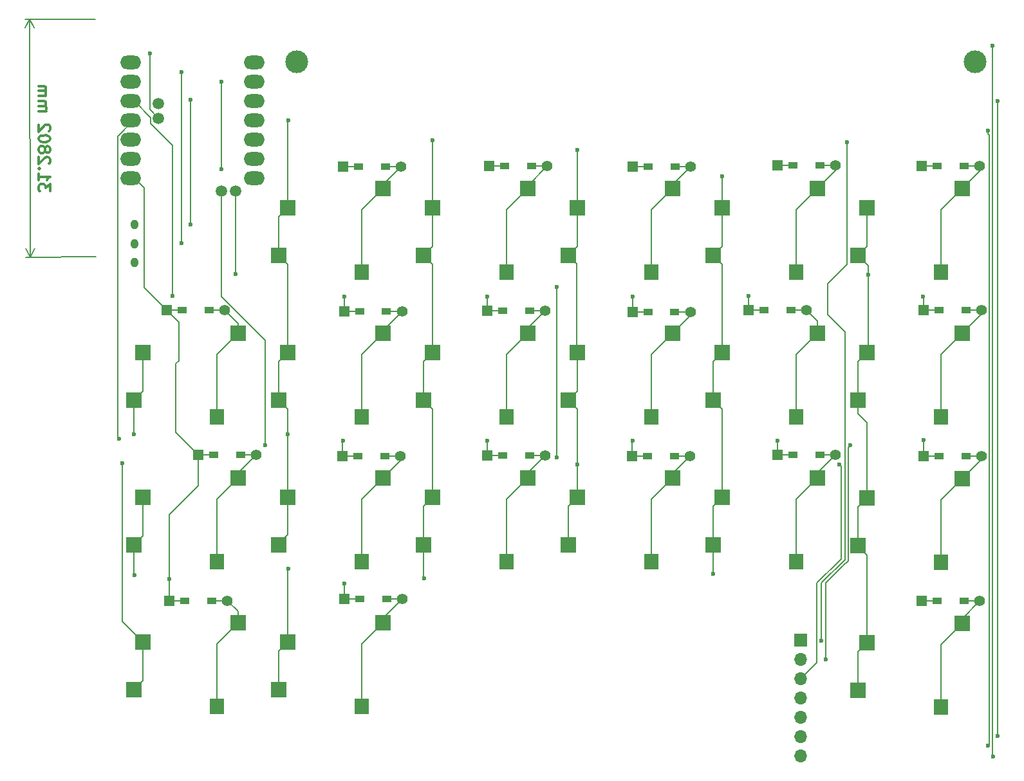
<source format=gbr>
%TF.GenerationSoftware,KiCad,Pcbnew,8.0.7*%
%TF.CreationDate,2025-02-16T08:40:01+09:00*%
%TF.ProjectId,cool642tb_R,636f6f6c-3634-4327-9462-5f522e6b6963,rev?*%
%TF.SameCoordinates,Original*%
%TF.FileFunction,Copper,L2,Bot*%
%TF.FilePolarity,Positive*%
%FSLAX46Y46*%
G04 Gerber Fmt 4.6, Leading zero omitted, Abs format (unit mm)*
G04 Created by KiCad (PCBNEW 8.0.7) date 2025-02-16 08:40:01*
%MOMM*%
%LPD*%
G01*
G04 APERTURE LIST*
%ADD10C,0.300000*%
%TA.AperFunction,NonConductor*%
%ADD11C,0.300000*%
%TD*%
%TA.AperFunction,NonConductor*%
%ADD12C,0.200000*%
%TD*%
%TA.AperFunction,ComponentPad*%
%ADD13R,1.397000X1.397000*%
%TD*%
%TA.AperFunction,SMDPad,CuDef*%
%ADD14R,1.300000X0.950000*%
%TD*%
%TA.AperFunction,ComponentPad*%
%ADD15C,1.397000*%
%TD*%
%TA.AperFunction,SMDPad,CuDef*%
%ADD16R,2.000000X2.000000*%
%TD*%
%TA.AperFunction,SMDPad,CuDef*%
%ADD17R,1.900000X2.000000*%
%TD*%
%TA.AperFunction,ComponentPad*%
%ADD18O,1.000000X1.300000*%
%TD*%
%TA.AperFunction,ComponentPad*%
%ADD19C,1.500000*%
%TD*%
%TA.AperFunction,ComponentPad*%
%ADD20O,2.750000X1.800000*%
%TD*%
%TA.AperFunction,ComponentPad*%
%ADD21R,1.700000X1.700000*%
%TD*%
%TA.AperFunction,ComponentPad*%
%ADD22O,1.700000X1.700000*%
%TD*%
%TA.AperFunction,ComponentPad*%
%ADD23C,3.000000*%
%TD*%
%TA.AperFunction,ViaPad*%
%ADD24C,0.600000*%
%TD*%
%TA.AperFunction,Conductor*%
%ADD25C,0.200000*%
%TD*%
G04 APERTURE END LIST*
D10*
D11*
X-38166205Y4719293D02*
X-38169173Y5647859D01*
X-38169173Y5647859D02*
X-38739001Y5146035D01*
X-38739001Y5146035D02*
X-38739686Y5360320D01*
X-38739686Y5360320D02*
X-38811571Y5502948D01*
X-38811571Y5502948D02*
X-38883227Y5574148D01*
X-38883227Y5574148D02*
X-39026312Y5645119D01*
X-39026312Y5645119D02*
X-39383453Y5643978D01*
X-39383453Y5643978D02*
X-39526081Y5572093D01*
X-39526081Y5572093D02*
X-39597281Y5500436D01*
X-39597281Y5500436D02*
X-39668252Y5357351D01*
X-39668252Y5357351D02*
X-39666882Y4928782D01*
X-39666882Y4928782D02*
X-39594997Y4786154D01*
X-39594997Y4786154D02*
X-39523341Y4714954D01*
X-39673733Y7071628D02*
X-39670993Y6214489D01*
X-39672363Y6643059D02*
X-38172370Y6647854D01*
X-38172370Y6647854D02*
X-38386198Y6504312D01*
X-38386198Y6504312D02*
X-38528598Y6360999D01*
X-38528598Y6360999D02*
X-38599569Y6217915D01*
X-39532932Y7714938D02*
X-39604588Y7786138D01*
X-39604588Y7786138D02*
X-39675788Y7714481D01*
X-39675788Y7714481D02*
X-39604131Y7643281D01*
X-39604131Y7643281D02*
X-39532932Y7714938D01*
X-39532932Y7714938D02*
X-39675788Y7714481D01*
X-38320707Y8361674D02*
X-38249507Y8433331D01*
X-38249507Y8433331D02*
X-38178536Y8576415D01*
X-38178536Y8576415D02*
X-38179678Y8933556D01*
X-38179678Y8933556D02*
X-38251562Y9076184D01*
X-38251562Y9076184D02*
X-38323219Y9147384D01*
X-38323219Y9147384D02*
X-38466304Y9218356D01*
X-38466304Y9218356D02*
X-38609160Y9217899D01*
X-38609160Y9217899D02*
X-38823216Y9145786D01*
X-38823216Y9145786D02*
X-39677615Y8285907D01*
X-39677615Y8285907D02*
X-39680583Y9214474D01*
X-38826185Y10074352D02*
X-38754300Y9931724D01*
X-38754300Y9931724D02*
X-38682644Y9860524D01*
X-38682644Y9860524D02*
X-38539559Y9789553D01*
X-38539559Y9789553D02*
X-38468131Y9789781D01*
X-38468131Y9789781D02*
X-38325503Y9861666D01*
X-38325503Y9861666D02*
X-38254303Y9933323D01*
X-38254303Y9933323D02*
X-38183331Y10076407D01*
X-38183331Y10076407D02*
X-38184245Y10362120D01*
X-38184245Y10362120D02*
X-38256130Y10504748D01*
X-38256130Y10504748D02*
X-38327786Y10575948D01*
X-38327786Y10575948D02*
X-38470871Y10646920D01*
X-38470871Y10646920D02*
X-38542299Y10646691D01*
X-38542299Y10646691D02*
X-38684927Y10574806D01*
X-38684927Y10574806D02*
X-38756127Y10503150D01*
X-38756127Y10503150D02*
X-38827098Y10360065D01*
X-38827098Y10360065D02*
X-38826185Y10074352D01*
X-38826185Y10074352D02*
X-38897157Y9931267D01*
X-38897157Y9931267D02*
X-38968356Y9859611D01*
X-38968356Y9859611D02*
X-39110984Y9787726D01*
X-39110984Y9787726D02*
X-39396697Y9786812D01*
X-39396697Y9786812D02*
X-39539782Y9857784D01*
X-39539782Y9857784D02*
X-39611439Y9928984D01*
X-39611439Y9928984D02*
X-39683324Y10071612D01*
X-39683324Y10071612D02*
X-39684237Y10357325D01*
X-39684237Y10357325D02*
X-39613265Y10500409D01*
X-39613265Y10500409D02*
X-39542066Y10572066D01*
X-39542066Y10572066D02*
X-39399438Y10643951D01*
X-39399438Y10643951D02*
X-39113725Y10644864D01*
X-39113725Y10644864D02*
X-38970640Y10573893D01*
X-38970640Y10573893D02*
X-38898983Y10502693D01*
X-38898983Y10502693D02*
X-38827098Y10360065D01*
X-38188127Y11576399D02*
X-38188583Y11719256D01*
X-38188583Y11719256D02*
X-38260468Y11861884D01*
X-38260468Y11861884D02*
X-38332125Y11933084D01*
X-38332125Y11933084D02*
X-38475210Y12004055D01*
X-38475210Y12004055D02*
X-38761151Y12074570D01*
X-38761151Y12074570D02*
X-39118292Y12073428D01*
X-39118292Y12073428D02*
X-39403776Y12001086D01*
X-39403776Y12001086D02*
X-39546404Y11929202D01*
X-39546404Y11929202D02*
X-39617604Y11857545D01*
X-39617604Y11857545D02*
X-39688576Y11714460D01*
X-39688576Y11714460D02*
X-39688119Y11571604D01*
X-39688119Y11571604D02*
X-39616234Y11428976D01*
X-39616234Y11428976D02*
X-39544577Y11357776D01*
X-39544577Y11357776D02*
X-39401493Y11286804D01*
X-39401493Y11286804D02*
X-39115551Y11216290D01*
X-39115551Y11216290D02*
X-38758410Y11217431D01*
X-38758410Y11217431D02*
X-38472926Y11289773D01*
X-38472926Y11289773D02*
X-38330298Y11361658D01*
X-38330298Y11361658D02*
X-38259098Y11433314D01*
X-38259098Y11433314D02*
X-38188127Y11576399D01*
X-38334408Y12647365D02*
X-38263208Y12719022D01*
X-38263208Y12719022D02*
X-38192237Y12862106D01*
X-38192237Y12862106D02*
X-38193379Y13219248D01*
X-38193379Y13219248D02*
X-38265264Y13361876D01*
X-38265264Y13361876D02*
X-38336920Y13433075D01*
X-38336920Y13433075D02*
X-38480005Y13504047D01*
X-38480005Y13504047D02*
X-38622861Y13503590D01*
X-38622861Y13503590D02*
X-38836918Y13431477D01*
X-38836918Y13431477D02*
X-39691316Y12571598D01*
X-39691316Y12571598D02*
X-39694284Y13500165D01*
X-39699993Y15285870D02*
X-38699998Y15289066D01*
X-38842855Y15288610D02*
X-38771655Y15360266D01*
X-38771655Y15360266D02*
X-38700683Y15503351D01*
X-38700683Y15503351D02*
X-38701368Y15717636D01*
X-38701368Y15717636D02*
X-38773253Y15860264D01*
X-38773253Y15860264D02*
X-38916338Y15931235D01*
X-38916338Y15931235D02*
X-39702048Y15928723D01*
X-38916338Y15931235D02*
X-38773710Y16003120D01*
X-38773710Y16003120D02*
X-38702738Y16146205D01*
X-38702738Y16146205D02*
X-38703424Y16360490D01*
X-38703424Y16360490D02*
X-38775308Y16503118D01*
X-38775308Y16503118D02*
X-38918393Y16574089D01*
X-38918393Y16574089D02*
X-39704103Y16571577D01*
X-39706387Y17285859D02*
X-38706392Y17289056D01*
X-38849249Y17288600D02*
X-38778049Y17360256D01*
X-38778049Y17360256D02*
X-38707077Y17503341D01*
X-38707077Y17503341D02*
X-38707762Y17717625D01*
X-38707762Y17717625D02*
X-38779647Y17860254D01*
X-38779647Y17860254D02*
X-38922732Y17931225D01*
X-38922732Y17931225D02*
X-39708442Y17928713D01*
X-38922732Y17931225D02*
X-38780104Y18003110D01*
X-38780104Y18003110D02*
X-38709132Y18146195D01*
X-38709132Y18146195D02*
X-38709817Y18360479D01*
X-38709817Y18360479D02*
X-38781702Y18503107D01*
X-38781702Y18503107D02*
X-38924787Y18574079D01*
X-38924787Y18574079D02*
X-39710497Y18571567D01*
D12*
X-32249997Y27378402D02*
X-41446659Y27349001D01*
X-32149997Y-3901598D02*
X-41346659Y-3930999D01*
X-40860242Y27350875D02*
X-40760242Y-3929125D01*
X-40860242Y27350875D02*
X-40760242Y-3929125D01*
X-40860242Y27350875D02*
X-40270223Y26226252D01*
X-40860242Y27350875D02*
X-41443058Y26222502D01*
X-40760242Y-3929125D02*
X-41350261Y-2804502D01*
X-40760242Y-3929125D02*
X-40177426Y-2800752D01*
D13*
%TO.P,D7,1,K*%
%TO.N,Row2*%
X19340000Y-30010000D03*
D14*
X21375000Y-30010000D03*
%TO.P,D7,2,A*%
%TO.N,Net-(D7-A)*%
X24925000Y-30010000D03*
D15*
X26960000Y-30010000D03*
%TD*%
D13*
%TO.P,D11,1,K*%
%TO.N,Row2*%
X38370000Y-30100000D03*
D14*
X40405000Y-30100000D03*
%TO.P,D11,2,A*%
%TO.N,Net-(D11-A)*%
X43955000Y-30100000D03*
D15*
X45990000Y-30100000D03*
%TD*%
D16*
%TO.P,SW1,1,1*%
%TO.N,Col0*%
X-8100000Y-3700000D03*
X-6900000Y2540000D03*
D17*
%TO.P,SW1,2,2*%
%TO.N,Net-(D1-A)*%
X2800000Y-5900000D03*
D16*
X5600000Y5080000D03*
%TD*%
D13*
%TO.P,D20,1,K*%
%TO.N,Row3*%
X76510000Y-49200000D03*
D14*
X78545000Y-49200000D03*
%TO.P,D20,2,A*%
%TO.N,Net-(D20-A)*%
X82095000Y-49200000D03*
D15*
X84130000Y-49200000D03*
%TD*%
D16*
%TO.P,SW8,1,1*%
%TO.N,Col1*%
X-27150000Y-41800000D03*
X-25950000Y-35560000D03*
D17*
%TO.P,SW8,2,2*%
%TO.N,Net-(D8-A)*%
X-16250000Y-44000000D03*
D16*
X-13450000Y-33020000D03*
%TD*%
D13*
%TO.P,D13,1,K*%
%TO.N,Row0*%
X57500000Y8140000D03*
D14*
X59535000Y8140000D03*
%TO.P,D13,2,A*%
%TO.N,Net-(D13-A)*%
X63085000Y8140000D03*
D15*
X65120000Y8140000D03*
%TD*%
D16*
%TO.P,SW15,1,1*%
%TO.N,Col3*%
X49050000Y-41800000D03*
X50250000Y-35560000D03*
D17*
%TO.P,SW15,2,2*%
%TO.N,Net-(D15-A)*%
X59950000Y-44000000D03*
D16*
X62750000Y-33020000D03*
%TD*%
%TO.P,SW16,1,1*%
%TO.N,Col3*%
X-8100000Y-60850000D03*
X-6900000Y-54610000D03*
D17*
%TO.P,SW16,2,2*%
%TO.N,Net-(D16-A)*%
X2800000Y-63050000D03*
D16*
X5600000Y-52070000D03*
%TD*%
D18*
%TO.P,SW21,1,A*%
%TO.N,unconnected-(SW21-A-Pad1)*%
X-27070000Y-4670000D03*
%TO.P,SW21,2,B*%
%TO.N,Net-(BT1--)*%
X-27070000Y-2170000D03*
%TO.P,SW21,3,C*%
%TO.N,GND*%
X-27070000Y330000D03*
%TD*%
D16*
%TO.P,SW13,1,1*%
%TO.N,Col3*%
X49050000Y-3700000D03*
X50250000Y2540000D03*
D17*
%TO.P,SW13,2,2*%
%TO.N,Net-(D13-A)*%
X59950000Y-5900000D03*
D16*
X62750000Y5080000D03*
%TD*%
D13*
%TO.P,D15,1,K*%
%TO.N,Row2*%
X57500000Y-29950000D03*
D14*
X59535000Y-29950000D03*
%TO.P,D15,2,A*%
%TO.N,Net-(D15-A)*%
X63085000Y-29950000D03*
D15*
X65120000Y-29950000D03*
%TD*%
D13*
%TO.P,D1,1,K*%
%TO.N,Row0*%
X350000Y8000000D03*
D14*
X2385000Y8000000D03*
%TO.P,D1,2,A*%
%TO.N,Net-(D1-A)*%
X5935000Y8000000D03*
D15*
X7970000Y8000000D03*
%TD*%
D13*
%TO.P,D9,1,K*%
%TO.N,Row0*%
X38490000Y8000000D03*
D14*
X40525000Y8000000D03*
%TO.P,D9,2,A*%
%TO.N,Net-(D9-A)*%
X44075000Y8000000D03*
D15*
X46110000Y8000000D03*
%TD*%
D13*
%TO.P,D17,1,K*%
%TO.N,Row0*%
X76480000Y8060000D03*
D14*
X78515000Y8060000D03*
%TO.P,D17,2,A*%
%TO.N,Net-(D17-A)*%
X82065000Y8060000D03*
D15*
X84100000Y8060000D03*
%TD*%
D13*
%TO.P,D4,1,K*%
%TO.N,Row3*%
X-22850000Y-10950000D03*
D14*
X-20815000Y-10950000D03*
%TO.P,D4,2,A*%
%TO.N,Net-(D4-A)*%
X-17265000Y-10950000D03*
D15*
X-15230000Y-10950000D03*
%TD*%
D13*
%TO.P,D16,1,K*%
%TO.N,Row3*%
X520000Y-48970000D03*
D14*
X2555000Y-48970000D03*
%TO.P,D16,2,A*%
%TO.N,Net-(D16-A)*%
X6105000Y-48970000D03*
D15*
X8140000Y-48970000D03*
%TD*%
D16*
%TO.P,SW17,1,1*%
%TO.N,Col4*%
X68100000Y-3700000D03*
X69300000Y2540000D03*
D17*
%TO.P,SW17,2,2*%
%TO.N,Net-(D17-A)*%
X79000000Y-5900000D03*
D16*
X81800000Y5080000D03*
%TD*%
D13*
%TO.P,D3,1,K*%
%TO.N,Row2*%
X295000Y-30130000D03*
D14*
X2330000Y-30130000D03*
%TO.P,D3,2,A*%
%TO.N,Net-(D3-A)*%
X5880000Y-30130000D03*
D15*
X7915000Y-30130000D03*
%TD*%
D13*
%TO.P,D19,1,K*%
%TO.N,Row2*%
X76740000Y-30110000D03*
D14*
X78775000Y-30110000D03*
%TO.P,D19,2,A*%
%TO.N,Net-(D19-A)*%
X82325000Y-30110000D03*
D15*
X84360000Y-30110000D03*
%TD*%
D16*
%TO.P,SW11,1,1*%
%TO.N,Col2*%
X30000000Y-41800000D03*
X31200000Y-35560000D03*
D17*
%TO.P,SW11,2,2*%
%TO.N,Net-(D11-A)*%
X40900000Y-44000000D03*
D16*
X43700000Y-33020000D03*
%TD*%
%TO.P,SW12,1,1*%
%TO.N,Col2*%
X-27150000Y-60850000D03*
X-25950000Y-54610000D03*
D17*
%TO.P,SW12,2,2*%
%TO.N,Net-(D12-A)*%
X-16250000Y-63050000D03*
D16*
X-13450000Y-52070000D03*
%TD*%
%TO.P,SW19,1,1*%
%TO.N,Col4*%
X68100000Y-41900000D03*
X69300000Y-35660000D03*
D17*
%TO.P,SW19,2,2*%
%TO.N,Net-(D19-A)*%
X79000000Y-44100000D03*
D16*
X81800000Y-33120000D03*
%TD*%
%TO.P,SW20,1,1*%
%TO.N,Col4*%
X68100000Y-60950000D03*
X69300000Y-54710000D03*
D17*
%TO.P,SW20,2,2*%
%TO.N,Net-(D20-A)*%
X79000000Y-63150000D03*
D16*
X81800000Y-52170000D03*
%TD*%
%TO.P,SW3,1,1*%
%TO.N,Col0*%
X-8100000Y-41800000D03*
X-6900000Y-35560000D03*
D17*
%TO.P,SW3,2,2*%
%TO.N,Net-(D3-A)*%
X2800000Y-44000000D03*
D16*
X5600000Y-33020000D03*
%TD*%
D13*
%TO.P,D10,1,K*%
%TO.N,Row1*%
X38430000Y-11150000D03*
D14*
X40465000Y-11150000D03*
%TO.P,D10,2,A*%
%TO.N,Net-(D10-A)*%
X44015000Y-11150000D03*
D15*
X46050000Y-11150000D03*
%TD*%
D16*
%TO.P,SW7,1,1*%
%TO.N,Col1*%
X10950000Y-41800000D03*
X12150000Y-35560000D03*
D17*
%TO.P,SW7,2,2*%
%TO.N,Net-(D7-A)*%
X21850000Y-44000000D03*
D16*
X24650000Y-33020000D03*
%TD*%
%TO.P,SW10,1,1*%
%TO.N,Col2*%
X30000000Y-22750000D03*
X31200000Y-16510000D03*
D17*
%TO.P,SW10,2,2*%
%TO.N,Net-(D10-A)*%
X40900000Y-24950000D03*
D16*
X43700000Y-13970000D03*
%TD*%
D19*
%TO.P,U1,21,BATT-*%
%TO.N,GND*%
X-23915000Y16252000D03*
%TO.P,U1,20,BATT+*%
%TO.N,Bat*%
X-23915000Y14347000D03*
%TO.P,U1,16,NFC2_0.10*%
%TO.N,Col4*%
X-13755000Y4718000D03*
%TO.P,U1,15,NFC1_0.09*%
%TO.N,CS*%
X-15634600Y4718000D03*
D20*
%TO.P,U1,14,5V*%
%TO.N,VCC*%
X-11350000Y21650000D03*
%TO.P,U1,13,GND*%
%TO.N,GND*%
X-11350000Y19110000D03*
%TO.P,U1,12,3V3*%
%TO.N,3.3V*%
X-11350000Y16570000D03*
%TO.P,U1,11,P1.15_D10_MOSI*%
%TO.N,Col0*%
X-11350000Y14030000D03*
%TO.P,U1,10,P1.14_D9_MISO*%
%TO.N,Col1*%
X-11350000Y11490000D03*
%TO.P,U1,9,P1.13_D8_SCK*%
%TO.N,Col2*%
X-11350000Y8950000D03*
%TO.P,U1,8,P1.12_D7_RX*%
%TO.N,Col3*%
X-11350000Y6410000D03*
%TO.P,U1,7,P1.11_D6_TX*%
%TO.N,Row3*%
X-27590000Y6410000D03*
%TO.P,U1,6,P0.05_A5_D5_SCL*%
%TO.N,SCLK*%
X-27590000Y8950000D03*
%TO.P,U1,5,P0.04_A4_D4_SDA*%
%TO.N,SDIO*%
X-27590000Y11490000D03*
%TO.P,U1,4,P0.29_A3_D3*%
%TO.N,Row2*%
X-27590000Y14030000D03*
%TO.P,U1,3,P0.28_A2_D2*%
%TO.N,Row1*%
X-27590000Y16570000D03*
%TO.P,U1,2,P0.03_A1_D1*%
%TO.N,Row0*%
X-27590000Y19110000D03*
%TO.P,U1,1,P0.02_A0_D0*%
%TO.N,MOTION*%
X-27590000Y21650000D03*
%TD*%
D13*
%TO.P,D2,1,K*%
%TO.N,Row1*%
X500000Y-11080000D03*
D14*
X2535000Y-11080000D03*
%TO.P,D2,2,A*%
%TO.N,Net-(D2-A)*%
X6085000Y-11080000D03*
D15*
X8120000Y-11080000D03*
%TD*%
D21*
%TO.P,J1,1,SCLK*%
%TO.N,SCLK*%
X60590000Y-54350000D03*
D22*
%TO.P,J1,2,nCS*%
%TO.N,CS*%
X60590000Y-56890000D03*
%TO.P,J1,3,GND*%
%TO.N,GND*%
X60590000Y-59430000D03*
%TO.P,J1,4,Vin*%
%TO.N,3.3V*%
X60590000Y-61970000D03*
%TO.P,J1,5,nc*%
%TO.N,unconnected-(J1-nc-Pad5)*%
X60590000Y-64510000D03*
%TO.P,J1,6,SDIO*%
%TO.N,SDIO*%
X60590000Y-67050000D03*
%TO.P,J1,7,MOTION*%
%TO.N,MOTION*%
X60590000Y-69590000D03*
%TD*%
D13*
%TO.P,D6,1,K*%
%TO.N,Row1*%
X19340000Y-10980000D03*
D14*
X21375000Y-10980000D03*
%TO.P,D6,2,A*%
%TO.N,Net-(D6-A)*%
X24925000Y-10980000D03*
D15*
X26960000Y-10980000D03*
%TD*%
D16*
%TO.P,SW5,1,1*%
%TO.N,Col1*%
X10950000Y-3700000D03*
X12150000Y2540000D03*
D17*
%TO.P,SW5,2,2*%
%TO.N,Net-(D5-A)*%
X21850000Y-5900000D03*
D16*
X24650000Y5080000D03*
%TD*%
%TO.P,SW6,1,1*%
%TO.N,Col1*%
X10950000Y-22750000D03*
X12150000Y-16510000D03*
D17*
%TO.P,SW6,2,2*%
%TO.N,Net-(D6-A)*%
X21850000Y-24950000D03*
D16*
X24650000Y-13970000D03*
%TD*%
%TO.P,SW9,1,1*%
%TO.N,Col2*%
X30000000Y-3700000D03*
X31200000Y2540000D03*
D17*
%TO.P,SW9,2,2*%
%TO.N,Net-(D9-A)*%
X40900000Y-5900000D03*
D16*
X43700000Y5080000D03*
%TD*%
%TO.P,SW4,1,1*%
%TO.N,Col0*%
X-27150000Y-22750000D03*
X-25950000Y-16510000D03*
D17*
%TO.P,SW4,2,2*%
%TO.N,Net-(D4-A)*%
X-16250000Y-24950000D03*
D16*
X-13450000Y-13970000D03*
%TD*%
D13*
%TO.P,D8,1,K*%
%TO.N,Row3*%
X-18680000Y-29980000D03*
D14*
X-16645000Y-29980000D03*
%TO.P,D8,2,A*%
%TO.N,Net-(D8-A)*%
X-13095000Y-29980000D03*
D15*
X-11060000Y-29980000D03*
%TD*%
D13*
%TO.P,D14,1,K*%
%TO.N,Row1*%
X53680000Y-10930000D03*
D14*
X55715000Y-10930000D03*
%TO.P,D14,2,A*%
%TO.N,Net-(D14-A)*%
X59265000Y-10930000D03*
D15*
X61300000Y-10930000D03*
%TD*%
D13*
%TO.P,D12,1,K*%
%TO.N,Row3*%
X-22500000Y-49140000D03*
D14*
X-20465000Y-49140000D03*
%TO.P,D12,2,A*%
%TO.N,Net-(D12-A)*%
X-16915000Y-49140000D03*
D15*
X-14880000Y-49140000D03*
%TD*%
D13*
%TO.P,D5,1,K*%
%TO.N,Row0*%
X19600000Y8040000D03*
D14*
X21635000Y8040000D03*
%TO.P,D5,2,A*%
%TO.N,Net-(D5-A)*%
X25185000Y8040000D03*
D15*
X27220000Y8040000D03*
%TD*%
D16*
%TO.P,SW2,1,1*%
%TO.N,Col0*%
X-8100000Y-22750000D03*
X-6900000Y-16510000D03*
D17*
%TO.P,SW2,2,2*%
%TO.N,Net-(D2-A)*%
X2800000Y-24950000D03*
D16*
X5600000Y-13970000D03*
%TD*%
%TO.P,SW18,1,1*%
%TO.N,Col4*%
X68100000Y-22750000D03*
X69300000Y-16510000D03*
D17*
%TO.P,SW18,2,2*%
%TO.N,Net-(D18-A)*%
X79000000Y-24950000D03*
D16*
X81800000Y-13970000D03*
%TD*%
%TO.P,SW14,1,1*%
%TO.N,Col3*%
X49050000Y-22750000D03*
X50250000Y-16510000D03*
D17*
%TO.P,SW14,2,2*%
%TO.N,Net-(D14-A)*%
X59950000Y-24950000D03*
D16*
X62750000Y-13970000D03*
%TD*%
D13*
%TO.P,D18,1,K*%
%TO.N,Row1*%
X76730000Y-10920000D03*
D14*
X78765000Y-10920000D03*
%TO.P,D18,2,A*%
%TO.N,Net-(D18-A)*%
X82315000Y-10920000D03*
D15*
X84350000Y-10920000D03*
%TD*%
D23*
%TO.P,BT1,1,+*%
%TO.N,Bat*%
X-5730000Y21730000D03*
%TO.P,BT1,2,-*%
%TO.N,Net-(BT1--)*%
X83540000Y21770000D03*
%TD*%
D24*
%TO.N,SDIO*%
X85180000Y12690000D03*
%TO.N,Row2*%
X-29120000Y-27840000D03*
%TO.N,Row0*%
X-15660000Y7650000D03*
X-15660000Y19160000D03*
%TO.N,GND*%
X-19710000Y16800000D03*
X-19700000Y330000D03*
%TO.N,Net-(BT1--)*%
X-20910000Y-2100000D03*
X-20880000Y20410000D03*
%TO.N,Bat*%
X-25040000Y22850000D03*
%TO.N,3.3V*%
X86480000Y16630000D03*
%TO.N,Col0*%
X-6860000Y14050000D03*
%TO.N,Col1*%
X12110000Y11420000D03*
%TO.N,Col2*%
X31160000Y10190000D03*
%TO.N,Col3*%
X50250000Y6670000D03*
%TO.N,Col4*%
X-13750000Y-6160000D03*
%TO.N,MOTION*%
X85780000Y23850000D03*
%TO.N,Row1*%
X76650000Y-9160000D03*
X53670000Y-9040000D03*
X510000Y-9100000D03*
X-22060000Y-9070000D03*
X38450000Y-9100000D03*
X19340000Y-9100000D03*
%TO.N,Row2*%
X340000Y-28070000D03*
X38470000Y-28070000D03*
X19360000Y-28070000D03*
X76720000Y-28030000D03*
X57530000Y-28070000D03*
%TO.N,Row3*%
X560000Y-46930000D03*
X-22450000Y-46340000D03*
%TO.N,GND*%
X65680000Y-31230000D03*
X28480000Y-7840000D03*
X28470000Y-30300000D03*
%TO.N,CS*%
X63910000Y-56860000D03*
X67120000Y-28720000D03*
X-9850000Y-28700000D03*
%TO.N,SCLK*%
X66680000Y11170000D03*
X63310000Y-54390000D03*
%TO.N,MOTION*%
X85880000Y-69630000D03*
%TO.N,3.3V*%
X86460000Y-66960000D03*
%TO.N,SDIO*%
X85180000Y-68240000D03*
%TO.N,Col0*%
X-27130000Y-27240000D03*
X-6900000Y-27240000D03*
%TO.N,Col1*%
X-27100000Y-45810000D03*
X11050000Y-46230000D03*
%TO.N,Col2*%
X-28700000Y-31100000D03*
X31200000Y-31240000D03*
%TO.N,Col3*%
X-6850000Y-44940000D03*
X49020000Y-45640000D03*
%TO.N,Col4*%
X69430000Y-6240000D03*
%TD*%
D25*
%TO.N,SDIO*%
X85180000Y12690000D02*
X85180000Y12300000D01*
X85180000Y12300000D02*
X85358500Y12121500D01*
%TO.N,Row2*%
X-27090000Y14030000D02*
X-27222056Y14030000D01*
X-27222056Y14030000D02*
X-29265000Y11987056D01*
X-29265000Y11987056D02*
X-29265000Y-27695000D01*
X-29265000Y-27695000D02*
X-29120000Y-27840000D01*
%TO.N,Row0*%
X-15660000Y19160000D02*
X-15660000Y7650000D01*
%TO.N,GND*%
X-19700000Y16790000D02*
X-19710000Y16800000D01*
X-19700000Y330000D02*
X-19700000Y16790000D01*
%TO.N,Row1*%
X-22060000Y10730000D02*
X-24965000Y13635000D01*
X-22060000Y-9070000D02*
X-22060000Y10730000D01*
X-24965000Y13635000D02*
X-24965000Y14445000D01*
X-24965000Y14445000D02*
X-27090000Y16570000D01*
%TO.N,GND*%
X-19690000Y340000D02*
X-19700000Y330000D01*
%TO.N,Net-(BT1--)*%
X-20880000Y-2070000D02*
X-20910000Y-2100000D01*
X-20880000Y20410000D02*
X-20880000Y-2070000D01*
%TO.N,Bat*%
X-25040000Y22850000D02*
X-25040000Y15472000D01*
X-25040000Y15472000D02*
X-23915000Y14347000D01*
%TO.N,3.3V*%
X86480000Y16630000D02*
X86480000Y-66940000D01*
%TO.N,Col0*%
X-6860000Y14050000D02*
X-6900000Y14010000D01*
X-6900000Y14010000D02*
X-6900000Y2540000D01*
%TO.N,Col1*%
X12110000Y11420000D02*
X12110000Y11120000D01*
X12110000Y11120000D02*
X12150000Y11080000D01*
X12150000Y11080000D02*
X12150000Y2540000D01*
%TO.N,Col2*%
X31160000Y10190000D02*
X31160000Y9780000D01*
X31200000Y9740000D02*
X31200000Y2540000D01*
X31160000Y9780000D02*
X31200000Y9740000D01*
%TO.N,Col3*%
X50250000Y6670000D02*
X50250000Y2540000D01*
%TO.N,Row3*%
X-22850000Y-10950000D02*
X-25820000Y-7980000D01*
X-25820000Y-7980000D02*
X-25820000Y5140000D01*
X-25820000Y5140000D02*
X-27090000Y6410000D01*
%TO.N,CS*%
X-15634600Y4718000D02*
X-15634600Y-9133307D01*
X-15634600Y-9133307D02*
X-9850000Y-14917907D01*
%TO.N,Col4*%
X-13755000Y4718000D02*
X-13755000Y-6155000D01*
X-13755000Y-6155000D02*
X-13750000Y-6160000D01*
%TO.N,MOTION*%
X85780000Y23850000D02*
X85780000Y-69530000D01*
%TO.N,Net-(D1-A)*%
X5600000Y5080000D02*
X2800000Y2280000D01*
X5600000Y5630000D02*
X5600000Y5080000D01*
X7970000Y8000000D02*
X5600000Y5630000D01*
X5935000Y8000000D02*
X7970000Y8000000D01*
X2800000Y2280000D02*
X2800000Y-5900000D01*
%TO.N,Row0*%
X19600000Y8040000D02*
X21635000Y8040000D01*
X57500000Y8140000D02*
X59535000Y8140000D01*
X350000Y8000000D02*
X2385000Y8000000D01*
X76480000Y8060000D02*
X78515000Y8060000D01*
X38490000Y8000000D02*
X40525000Y8000000D01*
%TO.N,Net-(D2-A)*%
X6085000Y-11080000D02*
X8120000Y-11080000D01*
X8120000Y-11080000D02*
X5600000Y-13600000D01*
X5600000Y-13600000D02*
X5600000Y-13970000D01*
X5600000Y-13970000D02*
X2800000Y-16770000D01*
X2800000Y-16770000D02*
X2800000Y-24950000D01*
%TO.N,Row1*%
X38430000Y-11150000D02*
X40465000Y-11150000D01*
X500000Y-9110000D02*
X510000Y-9100000D01*
X76730000Y-9240000D02*
X76650000Y-9160000D01*
X19340000Y-10980000D02*
X21375000Y-10980000D01*
X53670000Y-10920000D02*
X53680000Y-10930000D01*
X500000Y-11080000D02*
X2535000Y-11080000D01*
X38430000Y-9120000D02*
X38450000Y-9100000D01*
X500000Y-11080000D02*
X500000Y-9110000D01*
X19340000Y-10980000D02*
X19340000Y-9100000D01*
X53670000Y-9040000D02*
X53670000Y-10920000D01*
X76730000Y-10920000D02*
X76730000Y-9240000D01*
X53680000Y-10930000D02*
X55715000Y-10930000D01*
X38430000Y-11150000D02*
X38430000Y-9120000D01*
X76730000Y-10920000D02*
X78765000Y-10920000D01*
%TO.N,Net-(D3-A)*%
X5600000Y-33020000D02*
X2800000Y-35820000D01*
X5880000Y-30130000D02*
X7915000Y-30130000D01*
X7915000Y-30130000D02*
X7915000Y-30705000D01*
X7915000Y-30705000D02*
X5600000Y-33020000D01*
X2800000Y-35820000D02*
X2800000Y-44000000D01*
%TO.N,Row2*%
X38370000Y-28170000D02*
X38470000Y-28070000D01*
X295000Y-30130000D02*
X2330000Y-30130000D01*
X295000Y-30130000D02*
X295000Y-28115000D01*
X295000Y-28115000D02*
X340000Y-28070000D01*
X57500000Y-29950000D02*
X57500000Y-28100000D01*
X38370000Y-30100000D02*
X40405000Y-30100000D01*
X19340000Y-28090000D02*
X19360000Y-28070000D01*
X76740000Y-28050000D02*
X76740000Y-30110000D01*
X19340000Y-30010000D02*
X21375000Y-30010000D01*
X38370000Y-30100000D02*
X38370000Y-28170000D01*
X57500000Y-28100000D02*
X57530000Y-28070000D01*
X57500000Y-29950000D02*
X59535000Y-29950000D01*
X76740000Y-30110000D02*
X78775000Y-30110000D01*
X76720000Y-28030000D02*
X76740000Y-28050000D01*
X19340000Y-30010000D02*
X19340000Y-28090000D01*
%TO.N,Net-(D4-A)*%
X-16250000Y-16770000D02*
X-16250000Y-24950000D01*
X-17265000Y-10950000D02*
X-15230000Y-10950000D01*
X-15230000Y-10950000D02*
X-13450000Y-12730000D01*
X-13450000Y-12730000D02*
X-13450000Y-13970000D01*
X-13450000Y-13970000D02*
X-16250000Y-16770000D01*
%TO.N,Row3*%
X520000Y-48970000D02*
X2555000Y-48970000D01*
X-18680000Y-29980000D02*
X-18680000Y-34053045D01*
X520000Y-46970000D02*
X560000Y-46930000D01*
X-21650000Y-17973045D02*
X-21650000Y-27010000D01*
X-21650000Y-27010000D02*
X-18680000Y-29980000D01*
X-22500000Y-49140000D02*
X-20465000Y-49140000D01*
X-22450000Y-37823045D02*
X-22450000Y-46340000D01*
X520000Y-48970000D02*
X520000Y-46970000D01*
X-22450000Y-46340000D02*
X-22450000Y-49090000D01*
X-21260000Y-12540000D02*
X-21260000Y-17583045D01*
X-22450000Y-49090000D02*
X-22500000Y-49140000D01*
X-18680000Y-34053045D02*
X-22450000Y-37823045D01*
X-22850000Y-10950000D02*
X-20815000Y-10950000D01*
X-22850000Y-10950000D02*
X-21260000Y-12540000D01*
X-21260000Y-17583045D02*
X-21650000Y-17973045D01*
X-18680000Y-29980000D02*
X-16645000Y-29980000D01*
X76510000Y-49200000D02*
X78545000Y-49200000D01*
%TO.N,Net-(D5-A)*%
X24650000Y5470000D02*
X24650000Y5080000D01*
X24650000Y5080000D02*
X21850000Y2280000D01*
X25185000Y8040000D02*
X27220000Y8040000D01*
X27220000Y8040000D02*
X24650000Y5470000D01*
X21850000Y2280000D02*
X21850000Y-5900000D01*
%TO.N,Net-(D6-A)*%
X26960000Y-10980000D02*
X24650000Y-13290000D01*
X24925000Y-10980000D02*
X26960000Y-10980000D01*
X24650000Y-13290000D02*
X24650000Y-13970000D01*
X24650000Y-13970000D02*
X21850000Y-16770000D01*
X21850000Y-16770000D02*
X21850000Y-24950000D01*
%TO.N,Net-(D7-A)*%
X21850000Y-35820000D02*
X24650000Y-33020000D01*
X21850000Y-44000000D02*
X21850000Y-35820000D01*
X24925000Y-30010000D02*
X26960000Y-30010000D01*
X26960000Y-30010000D02*
X24650000Y-32320000D01*
X24650000Y-32320000D02*
X24650000Y-33020000D01*
%TO.N,Net-(D8-A)*%
X-13450000Y-32370000D02*
X-13450000Y-33020000D01*
X-11060000Y-29980000D02*
X-13450000Y-32370000D01*
X-16250000Y-35820000D02*
X-16250000Y-44000000D01*
X-13095000Y-29980000D02*
X-11060000Y-29980000D01*
X-13450000Y-33020000D02*
X-16250000Y-35820000D01*
%TO.N,Net-(D9-A)*%
X46110000Y8000000D02*
X43700000Y5590000D01*
X43700000Y5590000D02*
X43700000Y5080000D01*
X44075000Y8000000D02*
X46110000Y8000000D01*
X40900000Y2280000D02*
X40900000Y-5900000D01*
X43700000Y5080000D02*
X40900000Y2280000D01*
%TO.N,Net-(D10-A)*%
X44015000Y-11150000D02*
X46050000Y-11150000D01*
X40900000Y-16770000D02*
X40900000Y-24950000D01*
X46050000Y-11150000D02*
X46050000Y-11620000D01*
X46050000Y-11620000D02*
X43700000Y-13970000D01*
X43700000Y-13970000D02*
X40900000Y-16770000D01*
%TO.N,Net-(D11-A)*%
X43700000Y-33020000D02*
X40900000Y-35820000D01*
X45990000Y-30100000D02*
X43700000Y-32390000D01*
X40900000Y-35820000D02*
X40900000Y-44000000D01*
X43955000Y-30100000D02*
X45990000Y-30100000D01*
X43700000Y-32390000D02*
X43700000Y-33020000D01*
%TO.N,Net-(D12-A)*%
X-14880000Y-49140000D02*
X-13450000Y-50570000D01*
X-13450000Y-50570000D02*
X-13450000Y-52070000D01*
X-16915000Y-49140000D02*
X-14880000Y-49140000D01*
X-16250000Y-54870000D02*
X-16250000Y-63050000D01*
X-13450000Y-52070000D02*
X-16250000Y-54870000D01*
%TO.N,Net-(D13-A)*%
X59950000Y2280000D02*
X59950000Y-5900000D01*
X62750000Y5080000D02*
X59950000Y2280000D01*
X65120000Y8140000D02*
X65120000Y7450000D01*
X65120000Y7450000D02*
X62750000Y5080000D01*
X63085000Y8140000D02*
X65120000Y8140000D01*
%TO.N,Net-(D14-A)*%
X61300000Y-10930000D02*
X62750000Y-12380000D01*
X62750000Y-13970000D02*
X59950000Y-16770000D01*
X59265000Y-10930000D02*
X61300000Y-10930000D01*
X59950000Y-16770000D02*
X59950000Y-24950000D01*
X62750000Y-12380000D02*
X62750000Y-13970000D01*
%TO.N,Net-(D15-A)*%
X65120000Y-29950000D02*
X62750000Y-32320000D01*
X62750000Y-32320000D02*
X62750000Y-33020000D01*
X62750000Y-33020000D02*
X59950000Y-35820000D01*
X63085000Y-29950000D02*
X65120000Y-29950000D01*
X59950000Y-35820000D02*
X59950000Y-44000000D01*
%TO.N,Net-(D16-A)*%
X2800000Y-54870000D02*
X2800000Y-63050000D01*
X8140000Y-48970000D02*
X5600000Y-51510000D01*
X6105000Y-48970000D02*
X8140000Y-48970000D01*
X5600000Y-51510000D02*
X5600000Y-52070000D01*
X5600000Y-52070000D02*
X2800000Y-54870000D01*
%TO.N,Net-(D17-A)*%
X81800000Y5080000D02*
X79000000Y2280000D01*
X79000000Y2280000D02*
X79000000Y-5900000D01*
X82065000Y8060000D02*
X84100000Y8060000D01*
X84100000Y8060000D02*
X84100000Y7380000D01*
X84100000Y7380000D02*
X81800000Y5080000D01*
%TO.N,Net-(D18-A)*%
X84350000Y-11420000D02*
X81800000Y-13970000D01*
X84350000Y-10920000D02*
X84350000Y-11420000D01*
X79000000Y-16770000D02*
X79000000Y-24950000D01*
X82315000Y-10920000D02*
X84350000Y-10920000D01*
X81800000Y-13970000D02*
X79000000Y-16770000D01*
%TO.N,GND*%
X65890000Y-43672633D02*
X65890000Y-31440000D01*
X62710000Y-57310000D02*
X62710000Y-46852633D01*
X62710000Y-46852633D02*
X65706316Y-43856317D01*
X65706316Y-43856317D02*
X65890000Y-43672633D01*
X28470000Y-30300000D02*
X28470000Y-7850000D01*
X28470000Y-7850000D02*
X28480000Y-7840000D01*
X60590000Y-59430000D02*
X62710000Y-57310000D01*
X65890000Y-31440000D02*
X65680000Y-31230000D01*
%TO.N,CS*%
X63910000Y-46784004D02*
X63910000Y-56860000D01*
X66800000Y-29040000D02*
X67120000Y-28720000D01*
X66162002Y-44532002D02*
X63910000Y-46784004D01*
X66162002Y-44532002D02*
X66800000Y-43894004D01*
X66800000Y-43894004D02*
X66800000Y-29040000D01*
X-9850000Y-14917907D02*
X-9850000Y-28700000D01*
%TO.N,SCLK*%
X66400000Y-13780000D02*
X64107467Y-11487467D01*
X63310000Y-46818318D02*
X66400000Y-43728318D01*
X66680000Y-4910000D02*
X66680000Y11170000D01*
X66400000Y-43728318D02*
X66400000Y-13780000D01*
X63310000Y-54390000D02*
X63310000Y-46818318D01*
X64107467Y-7482533D02*
X66680000Y-4910000D01*
X64107467Y-11487467D02*
X64107467Y-7482533D01*
%TO.N,MOTION*%
X85780000Y-69530000D02*
X85880000Y-69630000D01*
%TO.N,3.3V*%
X86480000Y-66940000D02*
X86460000Y-66960000D01*
%TO.N,SDIO*%
X85358500Y12121500D02*
X85358500Y-68061500D01*
X85358500Y-68061500D02*
X85180000Y-68240000D01*
%TO.N,Net-(D19-A)*%
X84360000Y-30560000D02*
X81800000Y-33120000D01*
X81800000Y-33120000D02*
X79000000Y-35920000D01*
X79000000Y-35920000D02*
X79000000Y-44100000D01*
X82325000Y-30110000D02*
X84360000Y-30110000D01*
X84360000Y-30110000D02*
X84360000Y-30560000D01*
%TO.N,Col0*%
X-8100000Y-17710000D02*
X-6900000Y-16510000D01*
X-8100000Y1340000D02*
X-6900000Y2540000D01*
X-8100000Y-41690000D02*
X-6900000Y-40490000D01*
X-6900000Y-23950000D02*
X-8100000Y-22750000D01*
X-25950000Y-21550000D02*
X-27150000Y-22750000D01*
X-6900000Y-4900000D02*
X-8100000Y-3700000D01*
X-6900000Y-40490000D02*
X-6900000Y-35560000D01*
X-6900000Y-35560000D02*
X-6900000Y-23950000D01*
X-27150000Y-27220000D02*
X-27130000Y-27240000D01*
X-8100000Y-41800000D02*
X-8100000Y-41690000D01*
X-8100000Y-22750000D02*
X-8100000Y-17710000D01*
X-25950000Y-16510000D02*
X-25950000Y-21550000D01*
X-8100000Y-3700000D02*
X-8100000Y1340000D01*
X-6900000Y-16510000D02*
X-6900000Y-4900000D01*
X-27150000Y-22750000D02*
X-27150000Y-27220000D01*
%TO.N,Col1*%
X-25950000Y-35560000D02*
X-25950000Y-40600000D01*
X12150000Y-23950000D02*
X10950000Y-22750000D01*
X10950000Y-36760000D02*
X12150000Y-35560000D01*
X12150000Y-2500000D02*
X10950000Y-3700000D01*
X10950000Y-17710000D02*
X12150000Y-16510000D01*
X-25950000Y-40600000D02*
X-27150000Y-41800000D01*
X12150000Y-35560000D02*
X12150000Y-23950000D01*
X12150000Y-16510000D02*
X12150000Y-4900000D01*
X11050000Y-46230000D02*
X10950000Y-46130000D01*
X10950000Y-22750000D02*
X10950000Y-17710000D01*
X10950000Y-46130000D02*
X10950000Y-41800000D01*
X12150000Y-4900000D02*
X10950000Y-3700000D01*
X10950000Y-41800000D02*
X10950000Y-36760000D01*
X12150000Y2540000D02*
X12150000Y-2500000D01*
X-27150000Y-45760000D02*
X-27100000Y-45810000D01*
X-27150000Y-41800000D02*
X-27150000Y-45760000D01*
%TO.N,Col2*%
X31200000Y-21550000D02*
X30000000Y-22750000D01*
X31120000Y-16430000D02*
X31120000Y-4820000D01*
X31200000Y2540000D02*
X31200000Y-2500000D01*
X31120000Y-4820000D02*
X30000000Y-3700000D01*
X-25950000Y-54610000D02*
X-25950000Y-59650000D01*
X31200000Y-31240000D02*
X31200000Y-23950000D01*
X31200000Y-16510000D02*
X31120000Y-16430000D01*
X-25950000Y-59650000D02*
X-27150000Y-60850000D01*
X31200000Y-23950000D02*
X30000000Y-22750000D01*
X31200000Y-35560000D02*
X31200000Y-31240000D01*
X30000000Y-36760000D02*
X31200000Y-35560000D01*
X30000000Y-41800000D02*
X30000000Y-36760000D01*
X-28700000Y-31100000D02*
X-28700000Y-51860000D01*
X31200000Y-16510000D02*
X31200000Y-21550000D01*
X-28700000Y-51860000D02*
X-25950000Y-54610000D01*
X31200000Y-2500000D02*
X30000000Y-3700000D01*
%TO.N,Col3*%
X50250000Y-2500000D02*
X49050000Y-3700000D01*
X50250000Y-35560000D02*
X50250000Y-23950000D01*
X50250000Y-16510000D02*
X50250000Y-4900000D01*
X50250000Y-35560000D02*
X49050000Y-36760000D01*
X50250000Y-4900000D02*
X49050000Y-3700000D01*
X49050000Y-36760000D02*
X49050000Y-41800000D01*
X49020000Y-45640000D02*
X49020000Y-45080000D01*
X49050000Y-17710000D02*
X49050000Y-22750000D01*
X-8100000Y-55810000D02*
X-6900000Y-54610000D01*
X50250000Y2540000D02*
X50250000Y-2500000D01*
X50250000Y-16510000D02*
X49050000Y-17710000D01*
X-8100000Y-60850000D02*
X-8100000Y-55810000D01*
X-6900000Y-54610000D02*
X-6900000Y-44990000D01*
X49020000Y-45080000D02*
X49050000Y-45050000D01*
X49050000Y-45050000D02*
X49050000Y-41800000D01*
X-6900000Y-44990000D02*
X-6850000Y-44940000D01*
X50250000Y-23950000D02*
X49050000Y-22750000D01*
%TO.N,Col4*%
X69330000Y-47902945D02*
X69330000Y-43130000D01*
X69300000Y-47932945D02*
X69330000Y-47902945D01*
X69300000Y-2500000D02*
X68100000Y-3700000D01*
X69330000Y-43130000D02*
X68100000Y-41900000D01*
X69430000Y-16380000D02*
X69430000Y-6240000D01*
X69300000Y-16510000D02*
X69430000Y-16380000D01*
X69430000Y-5030000D02*
X68100000Y-3700000D01*
X68100000Y-36860000D02*
X69300000Y-35660000D01*
X69300000Y-35660000D02*
X69300000Y-25770000D01*
X68100000Y-55910000D02*
X69300000Y-54710000D01*
X68100000Y-17710000D02*
X69300000Y-16510000D01*
X69430000Y-6240000D02*
X69430000Y-5030000D01*
X69300000Y2540000D02*
X69300000Y-2500000D01*
X68100000Y-22750000D02*
X68100000Y-17710000D01*
X69300000Y-54710000D02*
X69300000Y-47932945D01*
X68100000Y-41900000D02*
X68100000Y-36860000D01*
X69300000Y-25770000D02*
X68100000Y-24570000D01*
X68100000Y-24570000D02*
X68100000Y-22750000D01*
X68100000Y-60950000D02*
X68100000Y-55910000D01*
%TO.N,Net-(D20-A)*%
X81800000Y-52170000D02*
X79000000Y-54970000D01*
X81800000Y-51530000D02*
X81800000Y-52170000D01*
X84130000Y-49200000D02*
X82095000Y-49200000D01*
X79000000Y-54970000D02*
X79000000Y-63150000D01*
X84130000Y-49200000D02*
X81800000Y-51530000D01*
%TD*%
M02*

</source>
